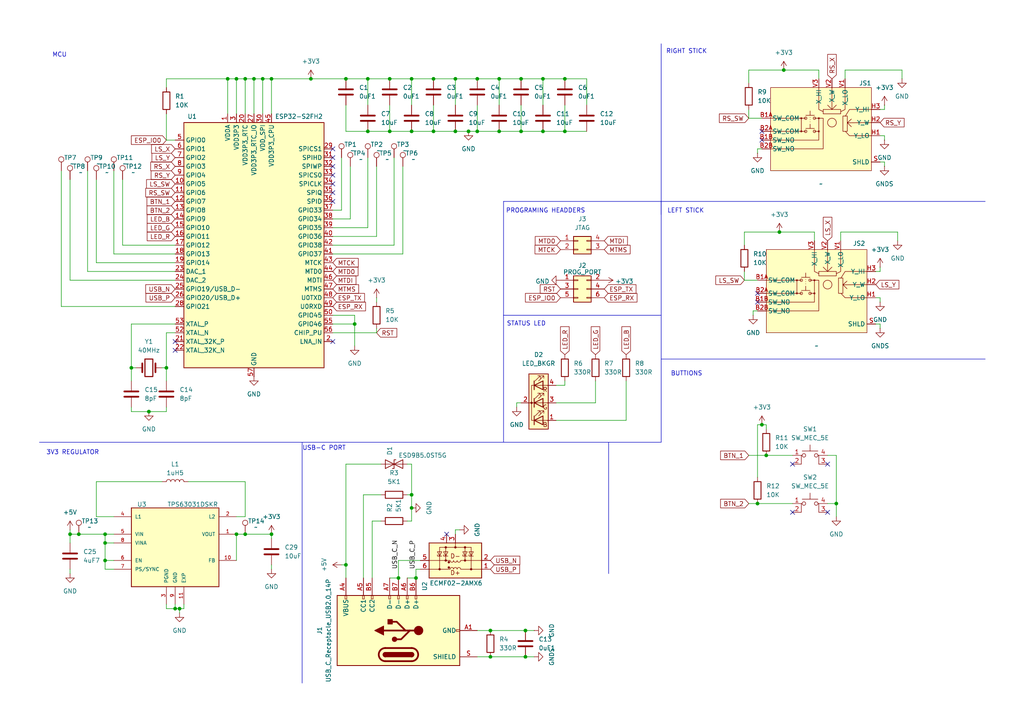
<source format=kicad_sch>
(kicad_sch (version 20250114) (generator "eeschema") (generator_version "9.0")
  (paper "A4")
  (title_block (title "DRONE RACEING CONTROLER") (rev "A"))
  (text "USB-C PORT " (at 94.488 130.048 0) (effects (font (size 1.27 1.27))))
  (text "LEFT STICK" (at 198.882 61.214 0) (effects (font (size 1.27 1.27))))
  (text "PROGRAMING HEADDERS" (at 158.242 61.214 0) (effects (font (size 1.27 1.27))))
  (text "3V3 REGULATOR" (at 21.082 131.318 0) (effects (font (size 1.27 1.27))))
  (text "STATUS LED" (at 152.654 93.98 0) (effects (font (size 1.27 1.27))))
  (text "RIGHT STICK" (at 199.136 14.986 0) (effects (font (size 1.27 1.27))))
  (text "MCU" (at 17.272 16.002 0) (effects (font (size 1.27 1.27))))
  (text "BUTTIONS" (at 199.136 108.458 0) (effects (font (size 1.27 1.27))))
  (junction (at 138.43 22.86))
  (junction (at 20.32 154.94))
  (junction (at 22.86 154.94))
  (junction (at 30.48 162.56))
  (junction (at 73.66 22.86))
  (junction (at 132.08 38.1))
  (junction (at 90.17 22.86))
  (junction (at 157.48 22.86))
  (junction (at 113.03 38.1))
  (junction (at 52.07 176.53))
  (junction (at 142.24 190.5))
  (junction (at 102.87 93.98))
  (junction (at 226.06 67.31))
  (junction (at 152.4 190.5))
  (junction (at 68.58 154.94))
  (junction (at 119.38 22.86))
  (junction (at 151.13 38.1))
  (junction (at 219.71 146.05))
  (junction (at 48.26 106.68))
  (junction (at 78.74 154.94))
  (junction (at 152.4 182.88))
  (junction (at 242.57 146.05))
  (junction (at 106.68 22.86))
  (junction (at 71.12 22.86))
  (junction (at 119.38 38.1))
  (junction (at 138.43 38.1))
  (junction (at 30.48 154.94))
  (junction (at 163.83 22.86))
  (junction (at 106.68 38.1))
  (junction (at 135.89 38.1))
  (junction (at 38.1 106.68))
  (junction (at 220.98 123.19))
  (junction (at 100.33 163.83))
  (junction (at 66.04 22.86))
  (junction (at 76.2 22.86))
  (junction (at 144.78 38.1))
  (junction (at 120.65 167.64))
  (junction (at 115.57 167.64))
  (junction (at 157.48 38.1))
  (junction (at 43.18 119.38))
  (junction (at 144.78 22.86))
  (junction (at 227.33 20.32))
  (junction (at 119.38 147.32))
  (junction (at 30.48 157.48))
  (junction (at 71.12 154.94))
  (junction (at 132.08 22.86))
  (junction (at 50.8 176.53))
  (junction (at 125.73 22.86))
  (junction (at 222.25 132.08))
  (junction (at 125.73 38.1))
  (junction (at 68.58 22.86))
  (junction (at 113.03 22.86))
  (junction (at 100.33 22.86))
  (junction (at 142.24 182.88))
  (junction (at 163.83 38.1))
  (junction (at 119.38 143.51))
  (junction (at 151.13 22.86))
  (junction (at 78.74 22.86))
  (no_connect (at 96.52 53.34))
  (no_connect (at 50.8 99.06))
  (no_connect (at 220.98 40.64))
  (no_connect (at 96.52 58.42))
  (no_connect (at 240.03 134.62))
  (no_connect (at 96.52 45.72))
  (no_connect (at 240.03 148.59))
  (no_connect (at 229.87 148.59))
  (no_connect (at 219.71 85.09))
  (no_connect (at 50.8 101.6))
  (no_connect (at 219.71 87.63))
  (no_connect (at 129.54 154.94))
  (no_connect (at 96.52 55.88))
  (no_connect (at 96.52 48.26))
  (no_connect (at 220.98 38.1))
  (no_connect (at 96.52 43.18))
  (no_connect (at 96.52 99.06))
  (no_connect (at 229.87 134.62))
  (no_connect (at 96.52 50.8))
  (wire (pts (xy 48.26 119.38) (xy 43.18 119.38)))
  (wire (pts (xy 120.65 165.1) (xy 120.65 167.64)))
  (wire (pts (xy 118.11 151.13) (xy 119.38 151.13)))
  (wire (pts (xy 144.78 22.86) (xy 151.13 22.86)))
  (wire (pts (xy 30.48 162.56) (xy 30.48 157.48)))
  (wire (pts (xy 22.86 154.94) (xy 20.32 154.94)))
  (wire (pts (xy 48.26 106.68) (xy 48.26 96.52)))
  (wire (pts (xy 76.2 22.86) (xy 76.2 33.02)))
  (wire (pts (xy 245.11 20.32) (xy 245.11 22.86)))
  (wire (pts (xy 101.6 48.26) (xy 101.6 63.5)))
  (wire (pts (xy 119.38 134.62) (xy 119.38 143.51)))
  (wire (pts (xy 107.95 167.64) (xy 107.95 151.13)))
  (wire (pts (xy 48.26 118.11) (xy 48.26 119.38)))
  (wire (pts (xy 219.71 123.19) (xy 220.98 123.19)))
  (wire (pts (xy 119.38 22.86) (xy 119.38 30.48)))
  (wire (pts (xy 163.83 38.1) (xy 157.48 38.1)))
  (wire (pts (xy 132.08 38.1) (xy 125.73 38.1)))
  (wire (pts (xy 215.9 67.31) (xy 226.06 67.31)))
  (wire (pts (xy 66.04 22.86) (xy 68.58 22.86)))
  (wire (pts (xy 71.12 139.7) (xy 54.61 139.7)))
  (wire (pts (xy 219.71 146.05) (xy 229.87 146.05)))
  (wire (pts (xy 113.03 38.1) (xy 106.68 38.1)))
  (wire (pts (xy 222.25 124.46) (xy 222.25 123.19)))
  (wire (pts (xy 236.22 69.85) (xy 236.22 67.31)))
  (wire (pts (xy 256.54 39.37) (xy 255.27 39.37)))
  (wire (pts (xy 240.03 146.05) (xy 242.57 146.05)))
  (wire (pts (xy 48.26 175.26) (xy 48.26 176.53)))
  (wire (pts (xy 96.52 96.52) (xy 109.22 96.52)))
  (polyline (pts (xy 176.53 128.27) (xy 176.53 166.37)))
  (polyline (pts (xy 191.77 58.42) (xy 191.77 62.23)))
  (polyline (pts (xy 146.05 91.44) (xy 191.77 91.44)))
  (wire (pts (xy 157.48 38.1) (xy 151.13 38.1)))
  (wire (pts (xy 172.72 116.84) (xy 172.72 110.49)))
  (wire (pts (xy 219.71 138.43) (xy 219.71 123.19)))
  (wire (pts (xy 144.78 22.86) (xy 144.78 30.48)))
  (wire (pts (xy 66.04 33.02) (xy 66.04 22.86)))
  (wire (pts (xy 27.94 76.2) (xy 27.94 52.07)))
  (wire (pts (xy 66.04 22.86) (xy 48.26 22.86)))
  (wire (pts (xy 73.66 22.86) (xy 76.2 22.86)))
  (wire (pts (xy 48.26 110.49) (xy 48.26 106.68)))
  (wire (pts (xy 142.24 182.88) (xy 152.4 182.88)))
  (wire (pts (xy 68.58 149.86) (xy 71.12 149.86)))
  (wire (pts (xy 105.41 167.64) (xy 105.41 143.51)))
  (wire (pts (xy 50.8 76.2) (xy 27.94 76.2)))
  (wire (pts (xy 170.18 38.1) (xy 163.83 38.1)))
  (wire (pts (xy 151.13 22.86) (xy 157.48 22.86)))
  (polyline (pts (xy 146.05 128.27) (xy 146.05 91.44)))
  (wire (pts (xy 71.12 154.94) (xy 78.74 154.94)))
  (wire (pts (xy 227.33 20.32) (xy 237.49 20.32)))
  (wire (pts (xy 115.57 162.56) (xy 115.57 167.64)))
  (wire (pts (xy 245.11 20.32) (xy 261.62 20.32)))
  (wire (pts (xy 107.95 151.13) (xy 110.49 151.13)))
  (wire (pts (xy 119.38 22.86) (xy 125.73 22.86)))
  (wire (pts (xy 20.32 81.28) (xy 50.8 81.28)))
  (wire (pts (xy 48.26 40.64) (xy 50.8 40.64)))
  (wire (pts (xy 25.4 49.53) (xy 25.4 78.74)))
  (wire (pts (xy 125.73 38.1) (xy 119.38 38.1)))
  (wire (pts (xy 38.1 106.68) (xy 38.1 93.98)))
  (wire (pts (xy 215.9 71.12) (xy 215.9 67.31)))
  (wire (pts (xy 48.26 96.52) (xy 50.8 96.52)))
  (wire (pts (xy 53.34 176.53) (xy 53.34 175.26)))
  (wire (pts (xy 256.54 46.99) (xy 255.27 46.99)))
  (wire (pts (xy 106.68 38.1) (xy 100.33 38.1)))
  (wire (pts (xy 132.08 154.94) (xy 132.08 153.67)))
  (wire (pts (xy 50.8 73.66) (xy 33.02 73.66)))
  (wire (pts (xy 90.17 22.86) (xy 100.33 22.86)))
  (wire (pts (xy 100.33 167.64) (xy 100.33 163.83)))
  (wire (pts (xy 33.02 49.53) (xy 33.02 73.66)))
  (wire (pts (xy 163.83 30.48) (xy 163.83 38.1)))
  (wire (pts (xy 68.58 154.94) (xy 71.12 154.94)))
  (wire (pts (xy 132.08 153.67) (xy 133.35 153.67)))
  (wire (pts (xy 132.08 22.86) (xy 132.08 30.48)))
  (polyline (pts (xy 191.77 104.14) (xy 285.75 104.14)))
  (wire (pts (xy 78.74 163.83) (xy 78.74 165.1)))
  (wire (pts (xy 217.17 132.08) (xy 222.25 132.08)))
  (wire (pts (xy 163.83 22.86) (xy 170.18 22.86)))
  (wire (pts (xy 152.4 182.88) (xy 154.94 182.88)))
  (wire (pts (xy 220.98 43.18) (xy 219.71 43.18)))
  (wire (pts (xy 38.1 106.68) (xy 39.37 106.68)))
  (wire (pts (xy 219.71 43.18) (xy 219.71 44.45)))
  (wire (pts (xy 138.43 30.48) (xy 138.43 38.1)))
  (wire (pts (xy 100.33 134.62) (xy 100.33 163.83)))
  (wire (pts (xy 109.22 86.36) (xy 109.22 87.63)))
  (wire (pts (xy 100.33 163.83) (xy 99.06 163.83)))
  (wire (pts (xy 149.86 116.84) (xy 151.13 116.84)))
  (wire (pts (xy 100.33 38.1) (xy 100.33 30.48)))
  (wire (pts (xy 242.57 132.08) (xy 242.57 146.05)))
  (wire (pts (xy 121.92 162.56) (xy 115.57 162.56)))
  (wire (pts (xy 152.4 190.5) (xy 154.94 190.5)))
  (polyline (pts (xy 146.05 91.44) (xy 146.05 58.42)))
  (wire (pts (xy 138.43 190.5) (xy 142.24 190.5)))
  (wire (pts (xy 237.49 22.86) (xy 237.49 20.32)))
  (wire (pts (xy 240.03 132.08) (xy 242.57 132.08)))
  (wire (pts (xy 71.12 149.86) (xy 71.12 139.7)))
  (wire (pts (xy 119.38 143.51) (xy 119.38 147.32)))
  (wire (pts (xy 255.27 95.25) (xy 255.27 93.98)))
  (wire (pts (xy 76.2 22.86) (xy 78.74 22.86)))
  (wire (pts (xy 17.78 88.9) (xy 50.8 88.9)))
  (wire (pts (xy 38.1 119.38) (xy 43.18 119.38)))
  (wire (pts (xy 109.22 96.52) (xy 109.22 95.25)))
  (wire (pts (xy 48.26 33.02) (xy 48.26 40.64)))
  (wire (pts (xy 35.56 71.12) (xy 35.56 52.07)))
  (wire (pts (xy 222.25 123.19) (xy 220.98 123.19)))
  (wire (pts (xy 106.68 22.86) (xy 113.03 22.86)))
  (wire (pts (xy 71.12 22.86) (xy 73.66 22.86)))
  (wire (pts (xy 30.48 157.48) (xy 30.48 154.94)))
  (wire (pts (xy 219.71 81.28) (xy 215.9 81.28)))
  (wire (pts (xy 243.84 67.31) (xy 260.35 67.31)))
  (wire (pts (xy 114.3 71.12) (xy 96.52 71.12)))
  (wire (pts (xy 78.74 22.86) (xy 90.17 22.86)))
  (wire (pts (xy 109.22 48.26) (xy 109.22 68.58)))
  (wire (pts (xy 73.66 22.86) (xy 73.66 33.02)))
  (wire (pts (xy 20.32 165.1) (xy 20.32 166.37)))
  (wire (pts (xy 215.9 81.28) (xy 215.9 78.74)))
  (wire (pts (xy 48.26 176.53) (xy 50.8 176.53)))
  (wire (pts (xy 255.27 78.74) (xy 254 78.74)))
  (wire (pts (xy 106.68 45.72) (xy 106.68 66.04)))
  (wire (pts (xy 99.06 60.96) (xy 99.06 45.72)))
  (wire (pts (xy 78.74 154.94) (xy 78.74 156.21)))
  (wire (pts (xy 261.62 20.32) (xy 261.62 22.86)))
  (wire (pts (xy 138.43 22.86) (xy 144.78 22.86)))
  (wire (pts (xy 20.32 153.67) (xy 20.32 154.94)))
  (wire (pts (xy 115.57 167.64) (xy 113.03 167.64)))
  (wire (pts (xy 132.08 22.86) (xy 138.43 22.86)))
  (wire (pts (xy 20.32 52.07) (xy 20.32 81.28)))
  (polyline (pts (xy 191.77 12.7) (xy 191.77 128.27)))
  (wire (pts (xy 170.18 30.48) (xy 170.18 22.86)))
  (wire (pts (xy 242.57 146.05) (xy 242.57 149.86)))
  (polyline (pts (xy 146.05 58.42) (xy 191.77 58.42)))
  (wire (pts (xy 48.26 22.86) (xy 48.26 25.4)))
  (wire (pts (xy 50.8 175.26) (xy 50.8 176.53)))
  (wire (pts (xy 113.03 22.86) (xy 119.38 22.86)))
  (wire (pts (xy 256.54 30.48) (xy 256.54 31.75)))
  (wire (pts (xy 27.94 149.86) (xy 33.02 149.86)))
  (wire (pts (xy 161.29 116.84) (xy 172.72 116.84)))
  (polyline (pts (xy 191.77 58.42) (xy 285.75 58.42)))
  (wire (pts (xy 149.86 118.11) (xy 149.86 116.84)))
  (wire (pts (xy 138.43 38.1) (xy 135.89 38.1)))
  (wire (pts (xy 30.48 154.94) (xy 33.02 154.94)))
  (wire (pts (xy 256.54 40.64) (xy 256.54 39.37)))
  (wire (pts (xy 255.27 86.36) (xy 254 86.36)))
  (wire (pts (xy 118.11 134.62) (xy 119.38 134.62)))
  (wire (pts (xy 118.11 143.51) (xy 119.38 143.51)))
  (wire (pts (xy 46.99 139.7) (xy 27.94 139.7)))
  (wire (pts (xy 260.35 67.31) (xy 260.35 69.85)))
  (wire (pts (xy 220.98 34.29) (xy 217.17 34.29)))
  (wire (pts (xy 256.54 48.26) (xy 256.54 46.99)))
  (wire (pts (xy 135.89 38.1) (xy 132.08 38.1)))
  (wire (pts (xy 96.52 60.96) (xy 99.06 60.96)))
  (wire (pts (xy 38.1 118.11) (xy 38.1 119.38)))
  (wire (pts (xy 161.29 111.76) (xy 163.83 111.76)))
  (wire (pts (xy 125.73 22.86) (xy 132.08 22.86)))
  (wire (pts (xy 255.27 77.47) (xy 255.27 78.74)))
  (wire (pts (xy 20.32 154.94) (xy 20.32 157.48)))
  (wire (pts (xy 142.24 190.5) (xy 152.4 190.5)))
  (wire (pts (xy 255.27 93.98) (xy 254 93.98)))
  (wire (pts (xy 38.1 110.49) (xy 38.1 106.68)))
  (wire (pts (xy 50.8 71.12) (xy 35.56 71.12)))
  (wire (pts (xy 102.87 93.98) (xy 102.87 100.33)))
  (wire (pts (xy 255.27 87.63) (xy 255.27 86.36)))
  (wire (pts (xy 100.33 22.86) (xy 106.68 22.86)))
  (wire (pts (xy 30.48 154.94) (xy 22.86 154.94)))
  (wire (pts (xy 33.02 165.1) (xy 30.48 165.1)))
  (wire (pts (xy 119.38 38.1) (xy 113.03 38.1)))
  (wire (pts (xy 68.58 162.56) (xy 68.58 154.94)))
  (wire (pts (xy 151.13 38.1) (xy 144.78 38.1)))
  (wire (pts (xy 151.13 30.48) (xy 151.13 38.1)))
  (polyline (pts (xy 87.63 128.27) (xy 87.63 198.12)))
  (wire (pts (xy 181.61 121.92) (xy 181.61 110.49)))
  (wire (pts (xy 219.71 90.17) (xy 218.44 90.17)))
  (wire (pts (xy 52.07 176.53) (xy 53.34 176.53)))
  (wire (pts (xy 96.52 73.66) (xy 116.84 73.66)))
  (wire (pts (xy 30.48 157.48) (xy 33.02 157.48)))
  (wire (pts (xy 71.12 22.86) (xy 71.12 33.02)))
  (wire (pts (xy 101.6 63.5) (xy 96.52 63.5)))
  (wire (pts (xy 121.92 165.1) (xy 120.65 165.1)))
  (wire (pts (xy 38.1 93.98) (xy 50.8 93.98)))
  (wire (pts (xy 114.3 45.72) (xy 114.3 71.12)))
  (wire (pts (xy 161.29 121.92) (xy 181.61 121.92)))
  (wire (pts (xy 78.74 22.86) (xy 78.74 33.02)))
  (wire (pts (xy 163.83 111.76) (xy 163.83 110.49)))
  (wire (pts (xy 113.03 30.48) (xy 113.03 38.1)))
  (wire (pts (xy 25.4 78.74) (xy 50.8 78.74)))
  (wire (pts (xy 30.48 165.1) (xy 30.48 162.56)))
  (wire (pts (xy 17.78 49.53) (xy 17.78 88.9)))
  (polyline (pts (xy 11.43 128.27) (xy 191.77 128.27)))
  (wire (pts (xy 106.68 22.86) (xy 106.68 30.48)))
  (wire (pts (xy 102.87 91.44) (xy 102.87 93.98)))
  (wire (pts (xy 218.44 90.17) (xy 218.44 91.44)))
  (wire (pts (xy 243.84 67.31) (xy 243.84 69.85)))
  (wire (pts (xy 217.17 20.32) (xy 227.33 20.32)))
  (wire (pts (xy 125.73 30.48) (xy 125.73 38.1)))
  (wire (pts (xy 217.17 146.05) (xy 219.71 146.05)))
  (wire (pts (xy 105.41 143.51) (xy 110.49 143.51)))
  (wire (pts (xy 217.17 24.13) (xy 217.17 20.32)))
  (wire (pts (xy 217.17 34.29) (xy 217.17 31.75)))
  (wire (pts (xy 110.49 134.62) (xy 100.33 134.62)))
  (wire (pts (xy 109.22 68.58) (xy 96.52 68.58)))
  (wire (pts (xy 222.25 132.08) (xy 229.87 132.08)))
  (wire (pts (xy 96.52 93.98) (xy 102.87 93.98)))
  (wire (pts (xy 116.84 48.26) (xy 116.84 73.66)))
  (wire (pts (xy 52.07 176.53) (xy 52.07 177.8)))
  (wire (pts (xy 256.54 31.75) (xy 255.27 31.75)))
  (wire (pts (xy 226.06 67.31) (xy 236.22 67.31)))
  (wire (pts (xy 119.38 151.13) (xy 119.38 147.32)))
  (wire (pts (xy 50.8 176.53) (xy 52.07 176.53)))
  (wire (pts (xy 157.48 22.86) (xy 157.48 30.48)))
  (wire (pts (xy 106.68 66.04) (xy 96.52 66.04)))
  (wire (pts (xy 138.43 182.88) (xy 142.24 182.88)))
  (wire (pts (xy 68.58 22.86) (xy 71.12 22.86)))
  (wire (pts (xy 68.58 22.86) (xy 68.58 33.02)))
  (wire (pts (xy 157.48 22.86) (xy 163.83 22.86)))
  (wire (pts (xy 27.94 139.7) (xy 27.94 149.86)))
  (wire (pts (xy 46.99 106.68) (xy 48.26 106.68)))
  (wire (pts (xy 144.78 38.1) (xy 138.43 38.1)))
  (wire (pts (xy 120.65 167.64) (xy 118.11 167.64)))
  (wire (pts (xy 30.48 162.56) (xy 33.02 162.56)))
  (wire (pts (xy 96.52 91.44) (xy 102.87 91.44)))
  (label "USB_C_N" (at 115.57 165.1 90))
  (label "USB_C_P" (at 120.65 165.1 90))
  (global_label "RS_X" (shape input) (at 50.8 48.26 180) (property "Intersheetrefs" "${INTERSHEET_REFS}" (effects (hide yes))))
  (global_label "ESP_TX" (shape input) (at 96.52 86.36 0) (property "Intersheetrefs" "${INTERSHEET_REFS}" (effects (hide yes))))
  (global_label "MTDI" (shape input) (at 96.52 81.28 0) (property "Intersheetrefs" "${INTERSHEET_REFS}" (effects (hide yes))))
  (global_label "USB_P" (shape input) (at 142.24 165.1 0) (property "Intersheetrefs" "${INTERSHEET_REFS}" (effects (hide yes))))
  (global_label "RS_Y" (shape input) (at 50.8 50.8 180) (property "Intersheetrefs" "${INTERSHEET_REFS}" (effects (hide yes))))
  (global_label "USB_P" (shape input) (at 50.8 86.36 180) (property "Intersheetrefs" "${INTERSHEET_REFS}" (effects (hide yes))))
  (global_label "RS_Y" (shape input) (at 255.27 35.56 0) (property "Intersheetrefs" "${INTERSHEET_REFS}" (effects (hide yes))))
  (global_label "LS_Y" (shape input) (at 254 82.55 0) (property "Intersheetrefs" "${INTERSHEET_REFS}" (effects (hide yes))))
  (global_label "BTN_1" (shape input) (at 217.17 132.08 180) (property "Intersheetrefs" "${INTERSHEET_REFS}" (effects (hide yes))))
  (global_label "LED_R" (shape input) (at 50.8 68.58 180) (property "Intersheetrefs" "${INTERSHEET_REFS}" (effects (hide yes))))
  (global_label "LED_R" (shape input) (at 163.83 102.87 90) (property "Intersheetrefs" "${INTERSHEET_REFS}" (effects (hide yes))))
  (global_label "ESP_RX" (shape input) (at 175.26 86.36 0) (property "Intersheetrefs" "${INTERSHEET_REFS}" (effects (hide yes))))
  (global_label "MTCK" (shape input) (at 162.56 72.39 180) (property "Intersheetrefs" "${INTERSHEET_REFS}" (effects (hide yes))))
  (global_label "BTN_1" (shape input) (at 50.8 58.42 180) (property "Intersheetrefs" "${INTERSHEET_REFS}" (effects (hide yes))))
  (global_label "LS_X" (shape input) (at 50.8 43.18 180) (property "Intersheetrefs" "${INTERSHEET_REFS}" (effects (hide yes))))
  (global_label "ESP_IO0" (shape input) (at 48.26 40.64 180) (property "Intersheetrefs" "${INTERSHEET_REFS}" (effects (hide yes))))
  (global_label "LS_Y" (shape input) (at 50.8 45.72 180) (property "Intersheetrefs" "${INTERSHEET_REFS}" (effects (hide yes))))
  (global_label "ESP_RX" (shape input) (at 96.52 88.9 0) (property "Intersheetrefs" "${INTERSHEET_REFS}" (effects (hide yes))))
  (global_label "MTDI" (shape input) (at 175.26 69.85 0) (property "Intersheetrefs" "${INTERSHEET_REFS}" (effects (hide yes))))
  (global_label "MTD0" (shape input) (at 162.56 69.85 180) (property "Intersheetrefs" "${INTERSHEET_REFS}" (effects (hide yes))))
  (global_label "RST" (shape input) (at 109.22 96.52 0) (property "Intersheetrefs" "${INTERSHEET_REFS}" (effects (hide yes))))
  (global_label "ESP_IO0" (shape input) (at 162.56 86.36 180) (property "Intersheetrefs" "${INTERSHEET_REFS}" (effects (hide yes))))
  (global_label "LED_G" (shape input) (at 172.72 102.87 90) (property "Intersheetrefs" "${INTERSHEET_REFS}" (effects (hide yes))))
  (global_label "BTN_2" (shape input) (at 217.17 146.05 180) (property "Intersheetrefs" "${INTERSHEET_REFS}" (effects (hide yes))))
  (global_label "RST" (shape input) (at 162.56 83.82 180) (property "Intersheetrefs" "${INTERSHEET_REFS}" (effects (hide yes))))
  (global_label "RS_SW" (shape input) (at 50.8 55.88 180) (property "Intersheetrefs" "${INTERSHEET_REFS}" (effects (hide yes))))
  (global_label "ESP_TX" (shape input) (at 175.26 83.82 0) (property "Intersheetrefs" "${INTERSHEET_REFS}" (effects (hide yes))))
  (global_label "LED_G" (shape input) (at 50.8 66.04 180) (property "Intersheetrefs" "${INTERSHEET_REFS}" (effects (hide yes))))
  (global_label "LED_B" (shape input) (at 50.8 63.5 180) (property "Intersheetrefs" "${INTERSHEET_REFS}" (effects (hide yes))))
  (global_label "MTMS" (shape input) (at 96.52 83.82 0) (property "Intersheetrefs" "${INTERSHEET_REFS}" (effects (hide yes))))
  (global_label "MTMS" (shape input) (at 175.26 72.39 0) (property "Intersheetrefs" "${INTERSHEET_REFS}" (effects (hide yes))))
  (global_label "RS_X" (shape input) (at 241.3 22.86 90) (property "Intersheetrefs" "${INTERSHEET_REFS}" (effects (hide yes))))
  (global_label "MTCK" (shape input) (at 96.52 76.2 0) (property "Intersheetrefs" "${INTERSHEET_REFS}" (effects (hide yes))))
  (global_label "RS_SW" (shape input) (at 217.17 34.29 180) (property "Intersheetrefs" "${INTERSHEET_REFS}" (effects (hide yes))))
  (global_label "LS_SW" (shape input) (at 215.9 81.28 180) (property "Intersheetrefs" "${INTERSHEET_REFS}" (effects (hide yes))))
  (global_label "MTD0" (shape input) (at 96.52 78.74 0) (property "Intersheetrefs" "${INTERSHEET_REFS}" (effects (hide yes))))
  (global_label "LS_X" (shape input) (at 240.03 69.85 90) (property "Intersheetrefs" "${INTERSHEET_REFS}" (effects (hide yes))))
  (global_label "BTN_2" (shape input) (at 50.8 60.96 180) (property "Intersheetrefs" "${INTERSHEET_REFS}" (effects (hide yes))))
  (global_label "LED_B" (shape input) (at 181.61 102.87 90) (property "Intersheetrefs" "${INTERSHEET_REFS}" (effects (hide yes))))
  (global_label "USB_N" (shape input) (at 142.24 162.56 0) (property "Intersheetrefs" "${INTERSHEET_REFS}" (effects (hide yes))))
  (global_label "LS_SW" (shape input) (at 50.8 53.34 180) (property "Intersheetrefs" "${INTERSHEET_REFS}" (effects (hide yes))))
  (global_label "USB_N" (shape input) (at 50.8 83.82 180) (property "Intersheetrefs" "${INTERSHEET_REFS}" (effects (hide yes))))
  (symbol (lib_name "GND_10") (lib_id "power:GND") (at 242.57 149.86 0) (unit 1)
    (property "Reference" "#PWR026" (effects (hide yes)))
    (property "Value" "GND" (at 242.57 154.94 0))
    (property "Description" "Power symbol creates a global label with name \"GND\" , ground" (effects (hide yes)))
  )
  (symbol (lib_name "+3V3_4") (lib_id "power:+3V3") (at 255.27 77.47 0) (unit 1)
    (property "Reference" "#PWR020" (effects (hide yes)))
    (property "Value" "+3V3" (at 255.27 72.39 0))
    (property "Description" "Power symbol creates a global label with name \"+3V3\"" (effects (hide yes)))
  )
  (symbol (lib_id "power:GNDS") (at 255.27 95.25 0) (unit 1)
    (property "Reference" "#PWR022" (effects (hide yes)))
    (property "Value" "GNDS" (at 255.27 100.33 0))
    (property "Description" "Power symbol creates a global label with name \"GNDS\" , signal ground" (effects (hide yes)))
  )
  (symbol (lib_id "Device:C") (at 170.18 34.29 0) (unit 1)
    (property "Reference" "C12" (at 173.99 33.0199 0) (effects (justify left)))
    (property "Value" "10uF" (at 173.99 35.5599 0) (effects (justify left)))
    (property "Footprint" "Capacitor_SMD:C_0603_1608Metric" (effects (hide yes)))
    (property "Description" "Unpolarized capacitor" (effects (hide yes)))
    (property "DIGIKEY PART #" "1276-1038-1-ND" (effects (hide yes)))
  )
  (symbol (lib_id "power:GNDS") (at 256.54 48.26 0) (unit 1)
    (property "Reference" "#PWR016" (effects (hide yes)))
    (property "Value" "GNDS" (at 256.54 53.34 0))
    (property "Description" "Power symbol creates a global label with name \"GNDS\" , signal ground" (effects (hide yes)))
  )
  (symbol (lib_id "Device:R") (at 109.22 91.44 0) (unit 1)
    (property "Reference" "R5" (at 111.76 90.1699 0) (effects (justify left)))
    (property "Value" "10K" (at 111.76 92.7099 0) (effects (justify left)))
    (property "Footprint" "Resistor_SMD:R_0603_1608Metric" (effects (hide yes)))
    (property "Description" "Resistor" (effects (hide yes)))
    (property "DIGIKEY PART #" "RMCF0603JT10K0CT-ND" (effects (hide yes)))
  )
  (symbol (lib_id "power:+3V3") (at 78.74 154.94 0) (unit 1)
    (property "Reference" "#PWR058" (effects (hide yes)))
    (property "Value" "+3V3" (at 78.74 149.86 0))
    (property "Description" "Power symbol creates a global label with name \"+3V3\"" (effects (hide yes)))
  )
  (symbol (lib_id "Connector:TestPoint") (at 109.22 48.26 0) (unit 1)
    (property "Reference" "TP5" (at 109.982 44.45 0) (effects (justify left)))
    (property "Value" "~" (at 111.76 46.228 0) (effects (justify left)))
    (property "Footprint" "TestPoint:TestPoint_Pad_D1.0mm" (effects (hide yes)))
    (property "Description" "test point" (effects (hide yes)))
  )
  (symbol (lib_id "Connector_Generic:Conn_02x02_Counter_Clockwise") (at 167.64 69.85 0) (unit 1)
    (property "Reference" "J3" (at 168.91 63.5 0))
    (property "Value" "JTAG" (at 168.91 66.04 0))
    (property "Footprint" "Connector_PinHeader_2.54mm:PinHeader_2x02_P2.54mm_Vertical" (effects (hide yes)))
    (property "Description" "Generic connector, double row, 02x02, counter clockwise pin numbering scheme (similar to DIP package numbering), script generated (kicad-library-utils/schlib/autogen/connector/)" (effects (hide yes)))
  )
  (symbol (lib_name "+3V3_4") (lib_id "power:+3V3") (at 256.54 30.48 0) (unit 1)
    (property "Reference" "#PWR013" (effects (hide yes)))
    (property "Value" "+3V3" (at 256.54 25.4 0))
    (property "Description" "Power symbol creates a global label with name \"+3V3\"" (effects (hide yes)))
  )
  (symbol (lib_id "power:+5V") (at 99.06 163.83 90) (unit 1)
    (property "Reference" "#PWR051" (effects (hide yes)))
    (property "Value" "+5V" (at 93.98 163.83 0))
    (property "Description" "Power symbol creates a global label with name \"+5V\"" (effects (hide yes)))
  )
  (symbol (lib_name "GND_9") (lib_id "power:GND") (at 256.54 40.64 0) (unit 1)
    (property "Reference" "#PWR015" (effects (hide yes)))
    (property "Value" "GND" (at 256.54 45.72 0))
    (property "Description" "Power symbol creates a global label with name \"GND\" , ground" (effects (hide yes)))
  )
  (symbol (lib_id "Device:C") (at 100.33 26.67 0) (unit 1)
    (property "Reference" "C1" (at 104.14 25.3999 0) (effects (justify left)))
    (property "Value" "0uF1" (at 104.14 27.9399 0) (effects (justify left)))
    (property "Footprint" "Capacitor_SMD:C_0603_1608Metric" (effects (hide yes)))
    (property "Description" "Unpolarized capacitor" (effects (hide yes)))
    (property "DIGIKEY PART #" "399-C0603C104M5RACTUCT-ND" (effects (hide yes)))
  )
  (symbol (lib_id "Device:C") (at 113.03 26.67 0) (unit 1)
    (property "Reference" "C2" (at 116.84 25.3999 0) (effects (justify left)))
    (property "Value" "0uF1" (at 116.84 27.9399 0) (effects (justify left)))
    (property "Footprint" "Capacitor_SMD:C_0603_1608Metric" (effects (hide yes)))
    (property "Description" "Unpolarized capacitor" (effects (hide yes)))
    (property "DIGIKEY PART #" "399-C0603C104M5RACTUCT-ND" (effects (hide yes)))
  )
  (symbol (lib_id "Device:C") (at 151.13 26.67 0) (unit 1)
    (property "Reference" "C5" (at 154.94 25.3999 0) (effects (justify left)))
    (property "Value" "0uF1" (at 154.94 27.9399 0) (effects (justify left)))
    (property "Footprint" "Capacitor_SMD:C_0603_1608Metric" (effects (hide yes)))
    (property "Description" "Unpolarized capacitor" (effects (hide yes)))
    (property "DIGIKEY PART #" "399-C0603C104M5RACTUCT-ND" (effects (hide yes)))
  )
  (symbol (lib_id "Device:C") (at 152.4 186.69 180) (unit 1)
    (property "Reference" "C13" (at 156.21 185.4199 0) (effects (justify right)))
    (property "Value" "0uF1" (at 156.21 187.9599 0) (effects (justify right)))
    (property "Footprint" "Capacitor_SMD:C_0603_1608Metric" (effects (hide yes)))
    (property "Description" "Unpolarized capacitor" (effects (hide yes)))
    (property "DIGIKEY PART #" "399-C0603C104M5RACTUCT-ND" (effects (hide yes)))
  )
  (symbol (lib_name "+3V3_1") (lib_id "power:+3V3") (at 90.17 22.86 0) (unit 1)
    (property "Reference" "#PWR01" (effects (hide yes)))
    (property "Value" "+3V3" (at 90.17 17.78 0))
    (property "Description" "Power symbol creates a global label with name \"+3V3\"" (effects (hide yes)))
  )
  (symbol (lib_id "Device:C") (at 78.74 160.02 0) (unit 1)
    (property "Reference" "C29" (at 82.55 158.7499 0) (effects (justify left)))
    (property "Value" "10uF" (at 82.55 161.2899 0) (effects (justify left)))
    (property "Footprint" "Capacitor_SMD:C_0603_1608Metric" (effects (hide yes)))
    (property "Digikey Part Number" "1276-1038-1-ND" (effects (hide yes)))
    (property "DIGIKEY PART #" "1276-1038-1-ND" (effects (hide yes)))
  )
  (symbol (lib_id "Device:R") (at 48.26 29.21 0) (unit 1)
    (property "Reference" "R1" (at 50.8 27.9399 0) (effects (justify left)))
    (property "Value" "10K" (at 50.8 30.4799 0) (effects (justify left)))
    (property "Footprint" "Resistor_SMD:R_0603_1608Metric" (effects (hide yes)))
    (property "Description" "Resistor" (effects (hide yes)))
    (property "DIGIKEY PART #" "RMCF0603JT10K0CT-ND" (effects (hide yes)))
  )
  (symbol (lib_id "Switch:SW_MEC_5E") (at 234.95 148.59 0) (unit 1)
    (property "Reference" "SW2" (at 234.95 138.43 0))
    (property "Value" "SW_MEC_5E" (at 234.95 140.97 0))
    (property "Footprint" "Button_Switch_THT:SW_PUSH_6mm" (effects (hide yes)))
    (property "Datasheet" "http://www.apem.com/int/index.php?controller=attachment&id_attachment=1371" (effects (hide yes)))
    (property "Description" "MEC 5E single pole normally-open tactile switch" (effects (hide yes)))
  )
  (symbol (lib_id "Connector:TestPoint") (at 116.84 48.26 0) (unit 1)
    (property "Reference" "TP6" (at 117.602 44.45 0) (effects (justify left)))
    (property "Value" "~" (at 119.38 46.228 0) (effects (justify left)))
    (property "Footprint" "TestPoint:TestPoint_Pad_D1.0mm" (effects (hide yes)))
    (property "Description" "test point" (effects (hide yes)))
  )
  (symbol (lib_name "GND_6") (lib_id "power:GND") (at 43.18 119.38 0) (unit 1)
    (property "Reference" "#PWR09" (effects (hide yes)))
    (property "Value" "GND" (at 43.18 124.46 0))
    (property "Description" "Power symbol creates a global label with name \"GND\" , ground" (effects (hide yes)))
  )
  (symbol (lib_id "Device:R") (at 142.24 186.69 180) (unit 1)
    (property "Reference" "R4" (at 144.78 185.4199 0) (effects (justify right)))
    (property "Value" "330R" (at 144.78 187.9599 0) (effects (justify right)))
    (property "Footprint" "Resistor_SMD:R_0603_1608Metric" (effects (hide yes)))
    (property "Description" "Resistor" (effects (hide yes)))
    (property "DIGIKEY PART #" "541-4026-1-ND" (effects (hide yes)))
  )
  (symbol (lib_id "Device:C") (at 106.68 34.29 0) (unit 1)
    (property "Reference" "C7" (at 110.49 33.0199 0) (effects (justify left)))
    (property "Value" "10uF" (at 110.49 35.5599 0) (effects (justify left)))
    (property "Footprint" "Capacitor_SMD:C_0603_1608Metric" (effects (hide yes)))
    (property "Description" "Unpolarized capacitor" (effects (hide yes)))
    (property "DIGIKEY PART #" "1276-1038-1-ND" (effects (hide yes)))
  )
  (symbol (lib_id "Device:C") (at 157.48 34.29 0) (unit 1)
    (property "Reference" "C11" (at 161.29 33.0199 0) (effects (justify left)))
    (property "Value" "10uF" (at 161.29 35.5599 0) (effects (justify left)))
    (property "Footprint" "Capacitor_SMD:C_0603_1608Metric" (effects (hide yes)))
    (property "Description" "Unpolarized capacitor" (effects (hide yes)))
    (property "DIGIKEY PART #" "1276-1038-1-ND" (effects (hide yes)))
  )
  (symbol (lib_id "Connector:TestPoint") (at 35.56 52.07 0) (unit 1)
    (property "Reference" "TP12" (at 36.322 48.26 0) (effects (justify left)))
    (property "Value" "~" (at 38.1 50.038 0) (effects (justify left)))
    (property "Footprint" "TestPoint:TestPoint_Pad_D1.0mm" (effects (hide yes)))
    (property "Description" "test point" (effects (hide yes)))
  )
  (symbol (lib_id "Connector:TestPoint") (at 17.78 49.53 0) (unit 1)
    (property "Reference" "TP7" (at 18.542 45.72 0) (effects (justify left)))
    (property "Value" "~" (at 20.32 47.498 0) (effects (justify left)))
    (property "Footprint" "TestPoint:TestPoint_Pad_D1.0mm" (effects (hide yes)))
    (property "Description" "test point" (effects (hide yes)))
  )
  (symbol (lib_id "Device:R") (at 222.25 128.27 0) (unit 1)
    (property "Reference" "R11" (at 224.79 126.9999 0) (effects (justify left)))
    (property "Value" "10K" (at 224.79 129.5399 0) (effects (justify left)))
    (property "Footprint" "Resistor_SMD:R_0603_1608Metric" (effects (hide yes)))
    (property "Description" "Resistor" (effects (hide yes)))
    (property "DIGIKEY PART #" "RMCF0603JT10K0CT-ND" (effects (hide yes)))
  )
  (symbol (lib_id "Device:R") (at 219.71 142.24 0) (unit 1)
    (property "Reference" "R12" (at 222.25 140.9699 0) (effects (justify left)))
    (property "Value" "10K" (at 222.25 143.5099 0) (effects (justify left)))
    (property "Footprint" "Resistor_SMD:R_0603_1608Metric" (effects (hide yes)))
    (property "Description" "Resistor" (effects (hide yes)))
    (property "DIGIKEY PART #" "RMCF0603JT10K0CT-ND" (effects (hide yes)))
  )
  (symbol (lib_name "GND_1") (lib_id "power:GND") (at 135.89 38.1 0) (unit 1)
    (property "Reference" "#PWR02" (effects (hide yes)))
    (property "Value" "GND" (at 135.89 43.18 0))
    (property "Description" "Power symbol creates a global label with name \"GND\" , ground" (effects (hide yes)))
  )
  (symbol (lib_id "Device:C") (at 138.43 26.67 0) (unit 1)
    (property "Reference" "C4" (at 142.24 25.3999 0) (effects (justify left)))
    (property "Value" "0uF1" (at 142.24 27.9399 0) (effects (justify left)))
    (property "Footprint" "Capacitor_SMD:C_0603_1608Metric" (effects (hide yes)))
    (property "Description" "Unpolarized capacitor" (effects (hide yes)))
    (property "DIGIKEY PART #" "399-C0603C104M5RACTUCT-ND" (effects (hide yes)))
  )
  (symbol (lib_id "Switch:SW_MEC_5E") (at 234.95 134.62 0) (unit 1)
    (property "Reference" "SW1" (at 234.95 124.46 0))
    (property "Value" "SW_MEC_5E" (at 234.95 127 0))
    (property "Footprint" "Button_Switch_THT:SW_PUSH_6mm" (effects (hide yes)))
    (property "Datasheet" "http://www.apem.com/int/index.php?controller=attachment&id_attachment=1371" (effects (hide yes)))
    (property "Description" "MEC 5E single pole normally-open tactile switch" (effects (hide yes)))
  )
  (symbol (lib_id "Diode:ESD9B5.0ST5G") (at 114.3 134.62 180) (unit 1)
    (property "Reference" "D1" (at 113.0299 132.08 90) (effects (justify right)))
    (property "Value" "ESD9B5.0ST5G" (at 115.5699 132.08 0) (effects (justify right)))
    (property "Footprint" "Diode_SMD:D_SOD-923" (effects (hide yes)))
    (property "Datasheet" "https://www.onsemi.com/pub/Collateral/ESD9B-D.PDF" (effects (hide yes)))
    (property "Description" "ESD protection diode, 5.0Vrwm, SOD-923" (effects (hide yes)))
    (property "DIGIKEY PART #" "ESD9B5.0ST5GOSCT-ND" (effects (hide yes)))
  )
  (symbol (lib_name "GND_8") (lib_id "power:GND") (at 261.62 22.86 0) (unit 1)
    (property "Reference" "#PWR014" (effects (hide yes)))
    (property "Value" "GND" (at 261.62 27.94 0))
    (property "Description" "Power symbol creates a global label with name \"GND\" , ground" (effects (hide yes)))
  )
  (symbol (lib_name "GND_8") (lib_id "power:GND") (at 218.44 91.44 0) (unit 1)
    (property "Reference" "#PWR018" (effects (hide yes)))
    (property "Value" "GND" (at 218.44 96.52 0))
    (property "Description" "Power symbol creates a global label with name \"GND\" , ground" (effects (hide yes)))
  )
  (symbol (lib_id "Device:R") (at 172.72 106.68 0) (unit 1)
    (property "Reference" "R7" (at 175.26 105.4099 0) (effects (justify left)))
    (property "Value" "330R" (at 175.26 107.9499 0) (effects (justify left)))
    (property "Footprint" "Resistor_SMD:R_0603_1608Metric" (effects (hide yes)))
    (property "Description" "Resistor" (effects (hide yes)))
    (property "DIGIKEY PART #" "541-4026-1-ND" (effects (hide yes)))
  )
  (symbol (lib_name "GND_2") (lib_id "power:GND") (at 119.38 147.32 90) (unit 1)
    (property "Reference" "#PWR04" (effects (hide yes)))
    (property "Value" "GND" (at 124.46 147.32 0))
    (property "Description" "Power symbol creates a global label with name \"GND\" , ground" (effects (hide yes)))
  )
  (symbol (lib_id "Device:LED_BKGR") (at 156.21 116.84 0) (unit 1)
    (property "Reference" "D2" (at 156.21 102.87 0))
    (property "Value" "LED_BKGR" (at 156.21 105.41 0))
    (property "Footprint" "CONTROLER:EAST1616RGBA1" (effects (hide yes)))
    (property "Description" "RGB LED, blue/cathode/green/red" (effects (hide yes)))
    (property "DIGIKEY PART #" "1080-EAST1616RGBA1CT-ND" (effects (hide yes)))
  )
  (symbol (lib_name "+3V3_2") (lib_id "power:+3V3") (at 109.22 86.36 0) (unit 1)
    (property "Reference" "#PWR08" (effects (hide yes)))
    (property "Value" "+3V3" (at 109.22 81.28 0))
    (property "Description" "Power symbol creates a global label with name \"+3V3\"" (effects (hide yes)))
  )
  (symbol (lib_id "Device:L") (at 50.8 139.7 90) (unit 1)
    (property "Reference" "L1" (at 50.8 134.62 90))
    (property "Value" "1uH5" (at 50.8 137.16 90))
    (property "Footprint" "Inductor_SMD:L_1210_3225Metric" (effects (hide yes)))
    (property "Description" "Inductor" (effects (hide yes)))
    (property "Digikey Part Number" "587-3028-1-ND" (effects (hide yes)))
    (property "DIGIKEY PART #" "587-3028-1-ND" (effects (hide yes)))
  )
  (symbol (lib_id "Device:Crystal") (at 43.18 106.68 0) (unit 1)
    (property "Reference" "Y1" (at 43.18 99.06 0))
    (property "Value" "40MHz" (at 43.18 101.6 0))
    (property "Footprint" "CONTROLER:cx3225sa_e" (effects (hide yes)))
    (property "Description" "Two pin crystal" (effects (hide yes)))
    (property "DIGIKEY PART #" "478-CX3225SA40000D0PTWCCCT-ND" (effects (hide yes)))
  )
  (symbol (lib_id "MCU_Espressif:ESP32-S2") (at 73.66 71.12 0) (unit 1)
    (property "Reference" "U1" (at 54.356 33.782 0) (effects (justify left)))
    (property "Value" "ESP32-S2FH2" (at 79.756 33.782 0) (effects (justify left)))
    (property "Footprint" "Package_DFN_QFN:QFN-56-1EP_7x7mm_P0.4mm_EP4x4mm" (effects (hide yes)))
    (property "Datasheet" "https://www.espressif.com/sites/default/files/documentation/esp32-s2_datasheet_en.pdf" (effects (hide yes)))
    (property "Description" "Microcontroller, Wi-Fi 802.11b/g/n, Bluetooth, 32bit" (effects (hide yes)))
    (property "DIGIKEY PART #" "1904-ESP32-S2FH2CT-ND" (effects (hide yes)))
  )
  (symbol (lib_name "GND_9") (lib_id "power:GND") (at 255.27 87.63 0) (unit 1)
    (property "Reference" "#PWR021" (effects (hide yes)))
    (property "Value" "GND" (at 255.27 92.71 0))
    (property "Description" "Power symbol creates a global label with name \"GND\" , ground" (effects (hide yes)))
  )
  (symbol (lib_id "Connector:TestPoint") (at 71.12 154.94 0) (unit 1)
    (property "Reference" "TP14" (at 71.882 151.13 0) (effects (justify left)))
    (property "Value" "~" (at 73.66 152.908 0) (effects (justify left)))
    (property "Footprint" "TestPoint:TestPoint_Pad_D1.0mm" (effects (hide yes)))
    (property "Description" "test point" (effects (hide yes)))
  )
  (symbol (lib_name "GND_8") (lib_id "power:GND") (at 219.71 44.45 0) (unit 1)
    (property "Reference" "#PWR017" (effects (hide yes)))
    (property "Value" "GND" (at 219.71 49.53 0))
    (property "Description" "Power symbol creates a global label with name \"GND\" , ground" (effects (hide yes)))
  )
  (symbol (lib_id "Device:C") (at 38.1 114.3 0) (unit 1)
    (property "Reference" "C15" (at 41.91 113.0299 0) (effects (justify left)))
    (property "Value" "8pF" (at 41.91 115.5699 0) (effects (justify left)))
    (property "Footprint" "Capacitor_SMD:C_0603_1608Metric" (effects (hide yes)))
    (property "Description" "Unpolarized capacitor" (effects (hide yes)))
    (property "DIGIKEY PART #" "4713-CHV0603N2508R2BCT-ND" (effects (hide yes)))
  )
  (symbol (lib_name "+3V3_5") (lib_id "power:+3V3") (at 220.98 123.19 0) (unit 1)
    (property "Reference" "#PWR027" (effects (hide yes)))
    (property "Value" "+3V3" (at 220.98 118.11 0))
    (property "Description" "Power symbol creates a global label with name \"+3V3\"" (effects (hide yes)))
  )
  (symbol (lib_id "Connector:TestPoint") (at 27.94 52.07 0) (unit 1)
    (property "Reference" "TP10" (at 28.702 48.26 0) (effects (justify left)))
    (property "Value" "~" (at 30.48 50.038 0) (effects (justify left)))
    (property "Footprint" "TestPoint:TestPoint_Pad_D1.0mm" (effects (hide yes)))
    (property "Description" "test point" (effects (hide yes)))
  )
  (symbol (lib_id "Connector:TestPoint") (at 106.68 45.72 0) (unit 1)
    (property "Reference" "TP2" (at 107.442 41.91 0) (effects (justify left)))
    (property "Value" "~" (at 109.22 43.688 0) (effects (justify left)))
    (property "Footprint" "TestPoint:TestPoint_Pad_D1.0mm" (effects (hide yes)))
    (property "Description" "test point" (effects (hide yes)))
  )
  (symbol (lib_id "nixie:TPS63031DSKR") (at 50.8 165.1 0) (unit 1)
    (property "Reference" "U3" (at 41.148 146.304 0))
    (property "Value" "TPS63031DSKR" (at 55.88 146.304 0))
    (property "Footprint" "CONTROLER:TPS63031DSKR" (effects (hide yes)))
    (property "MF" "Texas Instruments" (effects (hide yes)))
    (property "MAXIMUM_PACKAGE_HEIGHT" "0.8mm" (effects (hide yes)))
    (property "Package" "WSON-10 Texas Instruments" (effects (hide yes)))
    (property "Price" "None" (effects (hide yes)))
    (property "Check_prices" "https://www.snapeda.com/parts/TPS63031DSKR/Texas+Instruments/view-part/?ref=eda" (effects (hide yes)))
    (property "STANDARD" "IPC-7351B" (effects (hide yes)))
    (property "PARTREV" "D" (effects (hide yes)))
    (property "SnapEDA_Link" "https://www.snapeda.com/parts/TPS63031DSKR/Texas+Instruments/view-part/?ref=snap" (effects (hide yes)))
    (property "MP" "TPS63031DSKR" (effects (hide yes)))
    (property "Description_1" "\n                        \n                            High Efficient Single Inductor Buck-Boost Converter with 1-A Switches\n                        \n" (effects (hide yes)))
    (property "Availability" "In Stock" (effects (hide yes)))
    (property "MANUFACTURER" "Texas Instruments" (effects (hide yes)))
    (property "Digikey Part Number" "296-39461-1-ND" (effects (hide yes)))
    (property "DIGIKEY PART #" "296-39461-1-ND" (effects (hide yes)))
  )
  (symbol (lib_id "power:GNDS") (at 154.94 190.5 90) (unit 1)
    (property "Reference" "#PWR010" (effects (hide yes)))
    (property "Value" "GNDS" (at 160.02 190.5 0))
    (property "Description" "Power symbol creates a global label with name \"GNDS\" , signal ground" (effects (hide yes)))
  )
  (symbol (lib_id "Device:C") (at 144.78 34.29 0) (unit 1)
    (property "Reference" "C10" (at 148.59 33.0199 0) (effects (justify left)))
    (property "Value" "10uF" (at 148.59 35.5599 0) (effects (justify left)))
    (property "Footprint" "Capacitor_SMD:C_0603_1608Metric" (effects (hide yes)))
    (property "Description" "Unpolarized capacitor" (effects (hide yes)))
    (property "DIGIKEY PART #" "1276-1038-1-ND" (effects (hide yes)))
  )
  (symbol (lib_id "power:GND") (at 78.74 165.1 0) (unit 1)
    (property "Reference" "#PWR059" (effects (hide yes)))
    (property "Value" "GND" (at 78.74 170.18 0))
    (property "Description" "Power symbol creates a global label with name \"GND\" , ground" (effects (hide yes)))
  )
  (symbol (lib_name "GND_1") (lib_id "power:GND") (at 102.87 100.33 0) (unit 1)
    (property "Reference" "#PWR03" (effects (hide yes)))
    (property "Value" "GND" (at 102.87 105.41 0))
    (property "Description" "Power symbol creates a global label with name \"GND\" , ground" (effects (hide yes)))
  )
  (symbol (lib_id "Device:R") (at 217.17 27.94 0) (unit 1)
    (property "Reference" "R9" (at 219.71 26.6699 0) (effects (justify left)))
    (property "Value" "10K" (at 219.71 29.2099 0) (effects (justify left)))
    (property "Footprint" "Resistor_SMD:R_0603_1608Metric" (effects (hide yes)))
    (property "Description" "Resistor" (effects (hide yes)))
    (property "DIGIKEY PART #" "RMCF0603JT10K0CT-ND" (effects (hide yes)))
  )
  (symbol (lib_id "Device:R") (at 114.3 143.51 90) (unit 1)
    (property "Reference" "R3" (at 114.3 137.16 90))
    (property "Value" "5K1" (at 114.3 139.7 90))
    (property "Footprint" "Resistor_SMD:R_0603_1608Metric" (effects (hide yes)))
    (property "Description" "Resistor" (effects (hide yes)))
    (property "DIGIKEY PART #" "541-4030-1-ND" (effects (hide yes)))
  )
  (symbol (lib_id "Device:R") (at 114.3 151.13 90) (unit 1)
    (property "Reference" "R2" (at 113.0299 148.59 0) (effects (justify left)))
    (property "Value" "5K1" (at 115.5699 148.59 0) (effects (justify left)))
    (property "Footprint" "Resistor_SMD:R_0603_1608Metric" (effects (hide yes)))
    (property "Description" "Resistor" (effects (hide yes)))
    (property "DIGIKEY PART #" "541-4030-1-ND" (effects (hide yes)))
  )
  (symbol (lib_id "Connector:TestPoint") (at 22.86 154.94 0) (unit 1)
    (property "Reference" "TP13" (at 23.622 151.13 0) (effects (justify left)))
    (property "Value" "~" (at 25.4 152.908 0) (effects (justify left)))
    (property "Footprint" "TestPoint:TestPoint_Pad_D1.0mm" (effects (hide yes)))
    (property "Description" "test point" (effects (hide yes)))
  )
  (symbol (lib_id "Connector:TestPoint") (at 25.4 49.53 0) (unit 1)
    (property "Reference" "TP9" (at 26.162 45.72 0) (effects (justify left)))
    (property "Value" "~" (at 27.94 47.498 0) (effects (justify left)))
    (property "Footprint" "TestPoint:TestPoint_Pad_D1.0mm" (effects (hide yes)))
    (property "Description" "test point" (effects (hide yes)))
  )
  (symbol (lib_name "+3V3_3") (lib_id "power:+3V3") (at 226.06 67.31 0) (unit 1)
    (property "Reference" "#PWR019" (effects (hide yes)))
    (property "Value" "+3V3" (at 226.06 62.23 0))
    (property "Description" "Power symbol creates a global label with name \"+3V3\"" (effects (hide yes)))
  )
  (symbol (lib_name "GND_8") (lib_id "power:GND") (at 260.35 69.85 0) (unit 1)
    (property "Reference" "#PWR024" (effects (hide yes)))
    (property "Value" "GND" (at 260.35 74.93 0))
    (property "Description" "Power symbol creates a global label with name \"GND\" , ground" (effects (hide yes)))
  )
  (symbol (lib_id "Connector_Generic:Conn_02x03_Odd_Even") (at 167.64 83.82 0) (unit 1)
    (property "Reference" "J2" (at 168.91 77.0001 0))
    (property "Value" "PROG_PORT" (at 168.91 78.9211 0))
    (property "Footprint" "Connector_PinHeader_2.54mm:PinHeader_2x03_P2.54mm_Vertical" (effects (hide yes)))
  )
  (symbol (lib_id "Device:C") (at 20.32 161.29 0) (unit 1)
    (property "Reference" "C25" (at 24.13 160.0199 0) (effects (justify left)))
    (property "Value" "4uF7" (at 24.13 162.5599 0) (effects (justify left)))
    (property "Footprint" "Capacitor_SMD:C_0603_1608Metric" (effects (hide yes)))
    (property "Description" "Unpolarized capacitor" (effects (hide yes)))
    (property "Digikey Part Number" "1276-1044-1-ND" (effects (hide yes)))
    (property "DIGIKEY PART #" "1276-1044-1-ND" (effects (hide yes)))
  )
  (symbol (lib_name "GND_4") (lib_id "power:GND") (at 133.35 153.67 90) (unit 1)
    (property "Reference" "#PWR06" (effects (hide yes)))
    (property "Value" "GND" (at 138.43 153.67 0))
    (property "Description" "Power symbol creates a global label with name \"GND\" , ground" (effects (hide yes)))
  )
  (symbol (lib_id "Connector:USB_C_Receptacle_USB2.0_14P") (at 115.57 182.88 90) (unit 1)
    (property "Reference" "J1" (at 92.71 182.88 0))
    (property "Value" "USB_C_Receptacle_USB2.0_14P" (at 95.25 182.88 0))
    (property "Footprint" "CONTROLER:usb4500" (effects (hide yes)))
    (property "Datasheet" "https://www.usb.org/sites/default/files/documents/usb_type-c.zip" (effects (hide yes)))
    (property "Description" "USB 2.0-only 14P Type-C Receptacle connector" (effects (hide yes)))
    (property "DIGIKEY PART #" "2073-USB4500-03-0-ACT-ND" (effects (hide yes)))
  )
  (symbol (lib_id "Connector:TestPoint") (at 114.3 45.72 0) (unit 1)
    (property "Reference" "TP3" (at 115.062 41.91 0) (effects (justify left)))
    (property "Value" "~" (at 116.84 43.688 0) (effects (justify left)))
    (property "Footprint" "TestPoint:TestPoint_Pad_D1.0mm" (effects (hide yes)))
    (property "Description" "test point" (effects (hide yes)))
  )
  (symbol (lib_id "Device:C") (at 48.26 114.3 0) (unit 1)
    (property "Reference" "C14" (at 52.07 113.0299 0) (effects (justify left)))
    (property "Value" "8pF" (at 52.07 115.5699 0) (effects (justify left)))
    (property "Footprint" "Capacitor_SMD:C_0603_1608Metric" (effects (hide yes)))
    (property "Description" "Unpolarized capacitor" (effects (hide yes)))
    (property "DIGIKEY PART #" "4713-CHV0603N2508R2BCT-ND" (effects (hide yes)))
  )
  (symbol (lib_id "controler:JOYSTICK") (at 243.84 49.53 0) (unit 1)
    (property "Reference" "JS1" (at 250.952 24.13 0))
    (property "Value" "~" (at 238.125 53.34 0))
    (property "Footprint" "CONTROLER:PS4_joystick" (effects (hide yes)))
  )
  (symbol (lib_id "power:GND") (at 162.56 81.28 270) (unit 1)
    (property "Reference" "#PWR023" (effects (hide yes)))
    (property "Value" "GND" (at 159.3851 81.5968 90) (effects (justify right)))
  )
  (symbol (lib_id "Device:C") (at 125.73 26.67 0) (unit 1)
    (property "Reference" "C3" (at 129.54 25.3999 0) (effects (justify left)))
    (property "Value" "0uF1" (at 129.54 27.9399 0) (effects (justify left)))
    (property "Footprint" "Capacitor_SMD:C_0603_1608Metric" (effects (hide yes)))
    (property "Description" "Unpolarized capacitor" (effects (hide yes)))
    (property "DIGIKEY PART #" "399-C0603C104M5RACTUCT-ND" (effects (hide yes)))
  )
  (symbol (lib_id "Connector:TestPoint") (at 33.02 49.53 0) (unit 1)
    (property "Reference" "TP11" (at 33.782 45.72 0) (effects (justify left)))
    (property "Value" "~" (at 35.56 47.498 0) (effects (justify left)))
    (property "Footprint" "TestPoint:TestPoint_Pad_D1.0mm" (effects (hide yes)))
    (property "Description" "test point" (effects (hide yes)))
  )
  (symbol (lib_name "GND_3") (lib_id "power:GND") (at 154.94 182.88 90) (unit 1)
    (property "Reference" "#PWR05" (effects (hide yes)))
    (property "Value" "GND" (at 160.02 182.88 0))
    (property "Description" "Power symbol creates a global label with name \"GND\" , ground" (effects (hide yes)))
  )
  (symbol (lib_id "Connector:TestPoint") (at 20.32 52.07 0) (unit 1)
    (property "Reference" "TP8" (at 21.082 48.26 0) (effects (justify left)))
    (property "Value" "~" (at 22.86 50.038 0) (effects (justify left)))
    (property "Footprint" "TestPoint:TestPoint_Pad_D1.0mm" (effects (hide yes)))
    (property "Description" "test point" (effects (hide yes)))
  )
  (symbol (lib_id "power:+3V3") (at 175.26 81.28 270) (unit 1)
    (property "Reference" "#PWR025" (effects (hide yes)))
    (property "Value" "+3V3" (at 178.435 81.5968 90) (effects (justify left)))
  )
  (symbol (lib_name "GND_7") (lib_id "power:GND") (at 149.86 118.11 0) (unit 1)
    (property "Reference" "#PWR011" (effects (hide yes)))
    (property "Value" "GND" (at 149.86 123.19 0))
    (property "Description" "Power symbol creates a global label with name \"GND\" , ground" (effects (hide yes)))
  )
  (symbol (lib_id "Connector:TestPoint") (at 101.6 48.26 0) (unit 1)
    (property "Reference" "TP4" (at 102.362 44.45 0) (effects (justify left)))
    (property "Value" "~" (at 104.14 46.228 0) (effects (justify left)))
    (property "Footprint" "TestPoint:TestPoint_Pad_D1.0mm" (effects (hide yes)))
    (property "Description" "test point" (effects (hide yes)))
  )
  (symbol (lib_id "power:GND") (at 52.07 177.8 0) (unit 1)
    (property "Reference" "#PWR055" (effects (hide yes)))
    (property "Value" "GND" (at 52.07 182.88 0))
    (property "Description" "Power symbol creates a global label with name \"GND\" , ground" (effects (hide yes)))
  )
  (symbol (lib_id "Connector:TestPoint") (at 99.06 45.72 0) (unit 1)
    (property "Reference" "TP1" (at 99.822 41.91 0) (effects (justify left)))
    (property "Value" "~" (at 101.6 43.688 0) (effects (justify left)))
    (property "Footprint" "TestPoint:TestPoint_Pad_D1.0mm" (effects (hide yes)))
    (property "Description" "test point" (effects (hide yes)))
  )
  (symbol (lib_id "controler:JOYSTICK") (at 242.57 96.52 0) (unit 1)
    (property "Reference" "JS2" (at 249.174 70.612 0))
    (property "Value" "~" (at 236.855 100.33 0))
    (property "Footprint" "CONTROLER:PS4_joystick" (effects (hide yes)))
  )
  (symbol (lib_id "Device:R") (at 181.61 106.68 0) (unit 1)
    (property "Reference" "R8" (at 184.15 105.4099 0) (effects (justify left)))
    (property "Value" "330R" (at 184.15 107.9499 0) (effects (justify left)))
    (property "Footprint" "Resistor_SMD:R_0603_1608Metric" (effects (hide yes)))
    (property "Description" "Resistor" (effects (hide yes)))
    (property "DIGIKEY PART #" "541-4026-1-ND" (effects (hide yes)))
  )
  (symbol (lib_id "Device:R") (at 163.83 106.68 0) (unit 1)
    (property "Reference" "R6" (at 166.37 105.4099 0) (effects (justify left)))
    (property "Value" "330R" (at 166.37 107.9499 0) (effects (justify left)))
    (property "Footprint" "Resistor_SMD:R_0603_1608Metric" (effects (hide yes)))
    (property "Description" "Resistor" (effects (hide yes)))
    (property "DIGIKEY PART #" "541-4026-1-ND" (effects (hide yes)))
  )
  (symbol (lib_id "Device:R") (at 215.9 74.93 0) (unit 1)
    (property "Reference" "R10" (at 218.44 73.6599 0) (effects (justify left)))
    (property "Value" "10K" (at 218.44 76.1999 0) (effects (justify left)))
    (property "Footprint" "Resistor_SMD:R_0603_1608Metric" (effects (hide yes)))
    (property "Description" "Resistor" (effects (hide yes)))
    (property "DIGIKEY PART #" "RMCF0603JT10K0CT-ND" (effects (hide yes)))
  )
  (symbol (lib_name "GND_5") (lib_id "power:GND") (at 73.66 109.22 0) (unit 1)
    (property "Reference" "#PWR07" (effects (hide yes)))
    (property "Value" "GND" (at 73.66 114.3 0))
    (property "Description" "Power symbol creates a global label with name \"GND\" , ground" (effects (hide yes)))
  )
  (symbol (lib_id "Device:C") (at 119.38 34.29 0) (unit 1)
    (property "Reference" "C8" (at 123.19 33.0199 0) (effects (justify left)))
    (property "Value" "10uF" (at 123.19 35.5599 0) (effects (justify left)))
    (property "Footprint" "Capacitor_SMD:C_0603_1608Metric" (effects (hide yes)))
    (property "Description" "Unpolarized capacitor" (effects (hide yes)))
    (property "DIGIKEY PART #" "1276-1038-1-ND" (effects (hide yes)))
  )
  (symbol (lib_id "power:+5V") (at 20.32 153.67 0) (unit 1)
    (property "Reference" "#PWR049" (effects (hide yes)))
    (property "Value" "+5V" (at 20.32 148.59 0))
    (property "Description" "Power symbol creates a global label with name \"+5V\"" (effects (hide yes)))
  )
  (symbol (lib_id "power:GND") (at 20.32 166.37 0) (unit 1)
    (property "Reference" "#PWR050" (effects (hide yes)))
    (property "Value" "GND" (at 20.32 171.45 0))
    (property "Description" "Power symbol creates a global label with name \"GND\" , ground" (effects (hide yes)))
  )
  (symbol (lib_name "+3V3_3") (lib_id "power:+3V3") (at 227.33 20.32 0) (unit 1)
    (property "Reference" "#PWR012" (effects (hide yes)))
    (property "Value" "+3V3" (at 227.33 15.24 0))
    (property "Description" "Power symbol creates a global label with name \"+3V3\"" (effects (hide yes)))
  )
  (symbol (lib_id "Device:C") (at 132.08 34.29 0) (unit 1)
    (property "Reference" "C9" (at 135.89 33.0199 0) (effects (justify left)))
    (property "Value" "10uF" (at 135.89 35.5599 0) (effects (justify left)))
    (property "Footprint" "Capacitor_SMD:C_0603_1608Metric" (effects (hide yes)))
    (property "Description" "Unpolarized capacitor" (effects (hide yes)))
    (property "DIGIKEY PART #" "1276-1038-1-ND" (effects (hide yes)))
  )
  (symbol (lib_id "Device:C") (at 163.83 26.67 0) (unit 1)
    (property "Reference" "C6" (at 167.64 25.3999 0) (effects (justify left)))
    (property "Value" "0uF1" (at 167.64 27.9399 0) (effects (justify left)))
    (property "Footprint" "Capacitor_SMD:C_0603_1608Metric" (effects (hide yes)))
    (property "Description" "Unpolarized capacitor" (effects (hide yes)))
    (property "DIGIKEY PART #" "399-C0603C104M5RACTUCT-ND" (effects (hide yes)))
  )
  (symbol (lib_id "Power_Protection:ECMF02-2AMX6") (at 132.08 162.56 180) (unit 1)
    (property "Reference" "U2" (at 123.19 168.656 90) (effects (justify left)))
    (property "Value" "ECMF02-2AMX6" (at 139.954 169.164 0) (effects (justify left)))
    (property "Footprint" "Package_DFN_QFN:ST_UQFN-6L_1.5x1.7mm_P0.5mm" (effects (hide yes)))
    (property "Datasheet" "https://www.st.com/resource/en/datasheet/ecmf02-2amx6.pdf" (effects (hide yes)))
    (property "Description" "Single Pair Common Mode Filter with ESD Protection, UQFN-6L" (effects (hide yes)))
    (property "DIGIKEY PART #" "497-10773-1-ND" (effects (hide yes)))
  )
)
</source>
